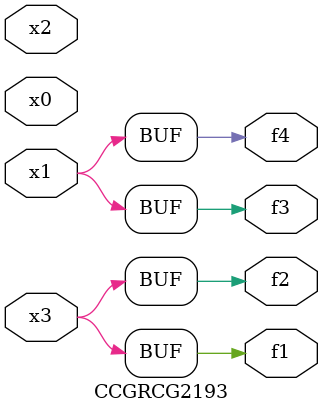
<source format=v>
module CCGRCG2193(
	input x0, x1, x2, x3,
	output f1, f2, f3, f4
);
	assign f1 = x3;
	assign f2 = x3;
	assign f3 = x1;
	assign f4 = x1;
endmodule

</source>
